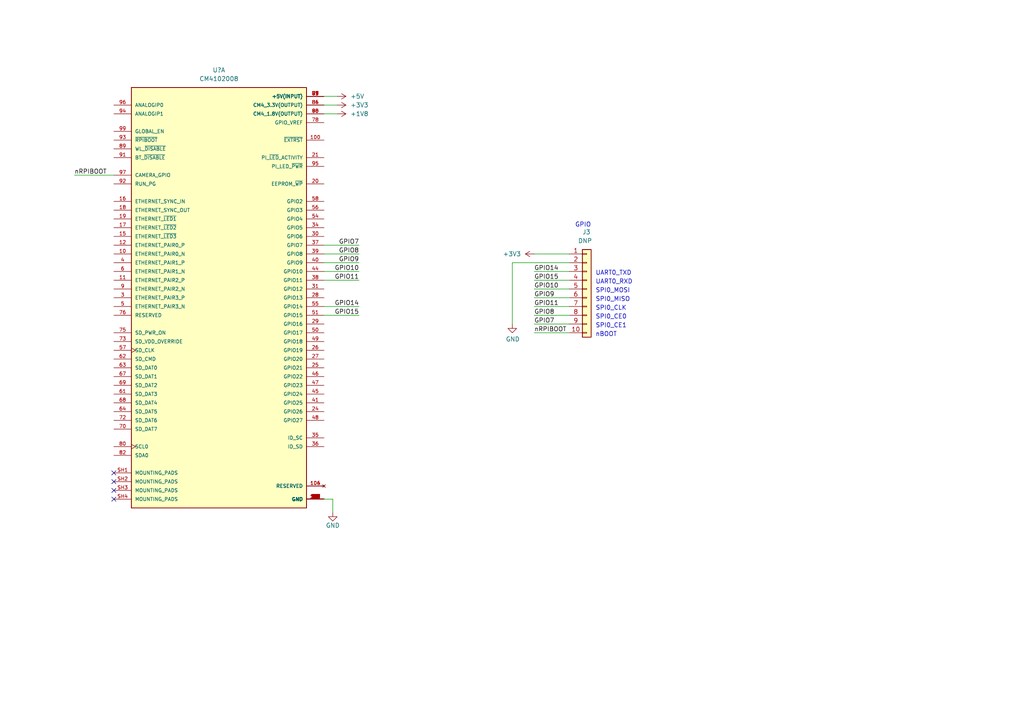
<source format=kicad_sch>
(kicad_sch (version 20230121) (generator eeschema)
  (paper "A4")
  (lib_symbols
    (symbol "Connector_Generic:Conn_01x10" (pin_names (offset 1.016) hide)
      (property "Reference" "J" (at 0 12.7 0))
      (property "Value" "Conn_01x10" (at 0 -15.24 0))
      (symbol "Conn_01x10_1_1"
        (rectangle (start -1.27 -12.573) (end 0 -12.827) (stroke (width 0.1524)))
        (rectangle (start -1.27 -10.033) (end 0 -10.287) (stroke (width 0.1524)))
        (rectangle (start -1.27 -7.493) (end 0 -7.747) (stroke (width 0.1524)))
        (rectangle (start -1.27 -4.953) (end 0 -5.207) (stroke (width 0.1524)))
        (rectangle (start -1.27 -2.413) (end 0 -2.667) (stroke (width 0.1524)))
        (rectangle (start -1.27 0.127) (end 0 -0.127) (stroke (width 0.1524)))
        (rectangle (start -1.27 2.667) (end 0 2.413) (stroke (width 0.1524)))
        (rectangle (start -1.27 5.207) (end 0 4.953) (stroke (width 0.1524)))
        (rectangle (start -1.27 7.747) (end 0 7.493) (stroke (width 0.1524)))
        (rectangle (start -1.27 10.287) (end 0 10.033) (stroke (width 0.1524)))
        (rectangle (start -1.27 11.43) (end 1.27 -13.97) (stroke (width 0.254)) (fill (type background)))
        (pin passive line (at -5.08 10.16 0) (length 3.81) (name "Pin_1") (number "1"))
        (pin passive line (at -5.08 -12.7 0) (length 3.81) (name "Pin_10") (number "10"))
        (pin passive line (at -5.08 7.62 0) (length 3.81) (name "Pin_2") (number "2"))
        (pin passive line (at -5.08 5.08 0) (length 3.81) (name "Pin_3") (number "3"))
        (pin passive line (at -5.08 2.54 0) (length 3.81) (name "Pin_4") (number "4"))
        (pin passive line (at -5.08 0 0) (length 3.81) (name "Pin_5") (number "5"))
        (pin passive line (at -5.08 -2.54 0) (length 3.81) (name "Pin_6") (number "6"))
        (pin passive line (at -5.08 -5.08 0) (length 3.81) (name "Pin_7") (number "7"))
        (pin passive line (at -5.08 -7.62 0) (length 3.81) (name "Pin_8") (number "8"))
        (pin passive line (at -5.08 -10.16 0) (length 3.81) (name "Pin_9") (number "9"))
      )
    )
    (symbol "Snapeda:CM4102008" (pin_names (offset 1.016))
      (property "Reference" "U3" (at 0 66.04 0))
      (property "Value" "CM4102008" (at 0 63.5 0))
      (symbol "CM4102008_1_0"
        (rectangle (start -25.4 -60.96) (end 25.4 60.96) (stroke (width 0.254)) (fill (type background)))
        (pin power_in line (at 30.48 -58.42 180) (length 5.08) (name "GND") (number "1"))
        (pin bidirectional line (at -30.48 12.7 0) (length 5.08) (name "ETHERNET_PAIR0_N") (number "10"))
        (pin output line (at 30.48 45.72 180) (length 5.08) (name "~{EXTRST}") (number "100"))
        (pin no_connect line (at 30.48 -54.61 180) (length 5.08) (name "RESERVED") (number "104"))
        (pin no_connect line (at 30.48 -54.61 180) (length 5.08) (name "RESERVED") (number "106"))
        (pin power_in line (at 30.48 -58.42 180) (length 5.08) (name "GND") (number "107"))
        (pin power_in line (at 30.48 -58.42 180) (length 5.08) (name "GND") (number "108"))
        (pin bidirectional line (at -30.48 5.08 0) (length 5.08) (name "ETHERNET_PAIR2_P") (number "11"))
        (pin power_in line (at 30.48 -58.42 180) (length 5.08) (name "GND") (number "113"))
        (pin power_in line (at 30.48 -58.42 180) (length 5.08) (name "GND") (number "114"))
        (pin power_in line (at 30.48 -58.42 180) (length 5.08) (name "GND") (number "119"))
        (pin bidirectional line (at -30.48 15.24 0) (length 5.08) (name "ETHERNET_PAIR0_P") (number "12"))
        (pin power_in line (at 30.48 -58.42 180) (length 5.08) (name "GND") (number "120"))
        (pin power_in line (at 30.48 -58.42 180) (length 5.08) (name "GND") (number "125"))
        (pin power_in line (at 30.48 -58.42 180) (length 5.08) (name "GND") (number "126"))
        (pin power_in line (at 30.48 -58.42 180) (length 5.08) (name "GND") (number "13"))
        (pin power_in line (at 30.48 -58.42 180) (length 5.08) (name "GND") (number "131"))
        (pin power_in line (at 30.48 -58.42 180) (length 5.08) (name "GND") (number "132"))
        (pin power_in line (at 30.48 -58.42 180) (length 5.08) (name "GND") (number "137"))
        (pin power_in line (at 30.48 -58.42 180) (length 5.08) (name "GND") (number "138"))
        (pin power_in line (at 30.48 -58.42 180) (length 5.08) (name "GND") (number "14"))
        (pin power_in line (at 30.48 -58.42 180) (length 5.08) (name "GND") (number "144"))
        (pin output line (at -30.48 17.78 0) (length 5.08) (name "ETHERNET_~{LED3}") (number "15"))
        (pin power_in line (at 30.48 -58.42 180) (length 5.08) (name "GND") (number "150"))
        (pin power_in line (at 30.48 -58.42 180) (length 5.08) (name "GND") (number "155"))
        (pin power_in line (at 30.48 -58.42 180) (length 5.08) (name "GND") (number "156"))
        (pin input line (at -30.48 27.94 0) (length 5.08) (name "ETHERNET_SYNC_IN") (number "16"))
        (pin power_in line (at 30.48 -58.42 180) (length 5.08) (name "GND") (number "161"))
        (pin power_in line (at 30.48 -58.42 180) (length 5.08) (name "GND") (number "162"))
        (pin power_in line (at 30.48 -58.42 180) (length 5.08) (name "GND") (number "167"))
        (pin power_in line (at 30.48 -58.42 180) (length 5.08) (name "GND") (number "168"))
        (pin output line (at -30.48 20.32 0) (length 5.08) (name "ETHERNET_~{LED2}") (number "17"))
        (pin power_in line (at 30.48 -58.42 180) (length 5.08) (name "GND") (number "173"))
        (pin power_in line (at 30.48 -58.42 180) (length 5.08) (name "GND") (number "174"))
        (pin power_in line (at 30.48 -58.42 180) (length 5.08) (name "GND") (number "179"))
        (pin output line (at -30.48 25.4 0) (length 5.08) (name "ETHERNET_SYNC_OUT") (number "18"))
        (pin power_in line (at 30.48 -58.42 180) (length 5.08) (name "GND") (number "180"))
        (pin power_in line (at 30.48 -58.42 180) (length 5.08) (name "GND") (number "185"))
        (pin power_in line (at 30.48 -58.42 180) (length 5.08) (name "GND") (number "186"))
        (pin output line (at -30.48 22.86 0) (length 5.08) (name "ETHERNET_~{LED1}") (number "19"))
        (pin power_in line (at 30.48 -58.42 180) (length 5.08) (name "GND") (number "191"))
        (pin power_in line (at 30.48 -58.42 180) (length 5.08) (name "GND") (number "192"))
        (pin power_in line (at 30.48 -58.42 180) (length 5.08) (name "GND") (number "197"))
        (pin power_in line (at 30.48 -58.42 180) (length 5.08) (name "GND") (number "198"))
        (pin power_in line (at 30.48 -58.42 180) (length 5.08) (name "GND") (number "2"))
        (pin bidirectional line (at 30.48 33.02 180) (length 5.08) (name "EEPROM_~{WP}") (number "20"))
        (pin bidirectional line (at 30.48 40.64 180) (length 5.08) (name "PI_~{LED}_ACTIVITY") (number "21"))
        (pin power_in line (at 30.48 -58.42 180) (length 5.08) (name "GND") (number "22"))
        (pin power_in line (at 30.48 -58.42 180) (length 5.08) (name "GND") (number "23"))
        (pin bidirectional line (at 30.48 -33.02 180) (length 5.08) (name "GPIO26") (number "24"))
        (pin bidirectional line (at 30.48 -20.32 180) (length 5.08) (name "GPIO21") (number "25"))
        (pin bidirectional line (at 30.48 -15.24 180) (length 5.08) (name "GPIO19") (number "26"))
        (pin bidirectional line (at 30.48 -17.78 180) (length 5.08) (name "GPIO20") (number "27"))
        (pin bidirectional line (at 30.48 0 180) (length 5.08) (name "GPIO13") (number "28"))
        (pin bidirectional line (at 30.48 -7.62 180) (length 5.08) (name "GPIO16") (number "29"))
        (pin bidirectional line (at -30.48 0 0) (length 5.08) (name "ETHERNET_PAIR3_P") (number "3"))
        (pin bidirectional line (at 30.48 17.78 180) (length 5.08) (name "GPIO6") (number "30"))
        (pin bidirectional line (at 30.48 2.54 180) (length 5.08) (name "GPIO12") (number "31"))
        (pin power_in line (at 30.48 -58.42 180) (length 5.08) (name "GND") (number "32"))
        (pin power_in line (at 30.48 -58.42 180) (length 5.08) (name "GND") (number "33"))
        (pin bidirectional line (at 30.48 20.32 180) (length 5.08) (name "GPIO5") (number "34"))
        (pin bidirectional line (at 30.48 -40.64 180) (length 5.08) (name "ID_SC") (number "35"))
        (pin bidirectional line (at 30.48 -43.18 180) (length 5.08) (name "ID_SD") (number "36"))
        (pin bidirectional line (at 30.48 15.24 180) (length 5.08) (name "GPIO7") (number "37"))
        (pin bidirectional line (at 30.48 5.08 180) (length 5.08) (name "GPIO11") (number "38"))
        (pin bidirectional line (at 30.48 12.7 180) (length 5.08) (name "GPIO8") (number "39"))
        (pin bidirectional line (at -30.48 10.16 0) (length 5.08) (name "ETHERNET_PAIR1_P") (number "4"))
        (pin bidirectional line (at 30.48 10.16 180) (length 5.08) (name "GPIO9") (number "40"))
        (pin bidirectional line (at 30.48 -30.48 180) (length 5.08) (name "GPIO25") (number "41"))
        (pin power_in line (at 30.48 -58.42 180) (length 5.08) (name "GND") (number "42"))
        (pin power_in line (at 30.48 -58.42 180) (length 5.08) (name "GND") (number "43"))
        (pin bidirectional line (at 30.48 7.62 180) (length 5.08) (name "GPIO10") (number "44"))
        (pin bidirectional line (at 30.48 -27.94 180) (length 5.08) (name "GPIO24") (number "45"))
        (pin bidirectional line (at 30.48 -22.86 180) (length 5.08) (name "GPIO22") (number "46"))
        (pin bidirectional line (at 30.48 -25.4 180) (length 5.08) (name "GPIO23") (number "47"))
        (pin bidirectional line (at 30.48 -35.56 180) (length 5.08) (name "GPIO27") (number "48"))
        (pin bidirectional line (at 30.48 -12.7 180) (length 5.08) (name "GPIO18") (number "49"))
        (pin bidirectional line (at -30.48 -2.54 0) (length 5.08) (name "ETHERNET_PAIR3_N") (number "5"))
        (pin bidirectional line (at 30.48 -10.16 180) (length 5.08) (name "GPIO17") (number "50"))
        (pin bidirectional line (at 30.48 -5.08 180) (length 5.08) (name "GPIO15") (number "51"))
        (pin power_in line (at 30.48 -58.42 180) (length 5.08) (name "GND") (number "52"))
        (pin power_in line (at 30.48 -58.42 180) (length 5.08) (name "GND") (number "53"))
        (pin bidirectional line (at 30.48 22.86 180) (length 5.08) (name "GPIO4") (number "54"))
        (pin bidirectional line (at 30.48 -2.54 180) (length 5.08) (name "GPIO14") (number "55"))
        (pin bidirectional line (at 30.48 25.4 180) (length 5.08) (name "GPIO3") (number "56"))
        (pin bidirectional clock (at -30.48 -15.24 0) (length 5.08) (name "SD_CLK") (number "57"))
        (pin bidirectional line (at 30.48 27.94 180) (length 5.08) (name "GPIO2") (number "58"))
        (pin power_in line (at 30.48 -58.42 180) (length 5.08) (name "GND") (number "59"))
        (pin bidirectional line (at -30.48 7.62 0) (length 5.08) (name "ETHERNET_PAIR1_N") (number "6"))
        (pin power_in line (at 30.48 -58.42 180) (length 5.08) (name "GND") (number "60"))
        (pin bidirectional line (at -30.48 -27.94 0) (length 5.08) (name "SD_DAT3") (number "61"))
        (pin input line (at -30.48 -17.78 0) (length 5.08) (name "SD_CMD") (number "62"))
        (pin bidirectional line (at -30.48 -20.32 0) (length 5.08) (name "SD_DAT0") (number "63"))
        (pin bidirectional line (at -30.48 -33.02 0) (length 5.08) (name "SD_DAT5") (number "64"))
        (pin power_in line (at 30.48 -58.42 180) (length 5.08) (name "GND") (number "65"))
        (pin power_in line (at 30.48 -58.42 180) (length 5.08) (name "GND") (number "66"))
        (pin bidirectional line (at -30.48 -22.86 0) (length 5.08) (name "SD_DAT1") (number "67"))
        (pin bidirectional line (at -30.48 -30.48 0) (length 5.08) (name "SD_DAT4") (number "68"))
        (pin bidirectional line (at -30.48 -25.4 0) (length 5.08) (name "SD_DAT2") (number "69"))
        (pin power_in line (at 30.48 -58.42 180) (length 5.08) (name "GND") (number "7"))
        (pin bidirectional line (at -30.48 -38.1 0) (length 5.08) (name "SD_DAT7") (number "70"))
        (pin power_in line (at 30.48 -58.42 180) (length 5.08) (name "GND") (number "71"))
        (pin bidirectional line (at -30.48 -35.56 0) (length 5.08) (name "SD_DAT6") (number "72"))
        (pin input line (at -30.48 -12.7 0) (length 5.08) (name "SD_VDD_OVERRIDE") (number "73"))
        (pin power_in line (at 30.48 -58.42 180) (length 5.08) (name "GND") (number "74"))
        (pin output line (at -30.48 -10.16 0) (length 5.08) (name "SD_PWR_ON") (number "75"))
        (pin free line (at -30.48 -5.08 0) (length 5.08) (name "RESERVED") (number "76"))
        (pin power_in line (at 30.48 58.42 180) (length 5.08) (name "+5V(INPUT)") (number "77"))
        (pin power_in line (at 30.48 50.8 180) (length 5.08) (name "GPIO_VREF") (number "78"))
        (pin power_in line (at 30.48 58.42 180) (length 5.08) (name "+5V(INPUT)") (number "79"))
        (pin power_in line (at 30.48 -58.42 180) (length 5.08) (name "GND") (number "8"))
        (pin input clock (at -30.48 -43.18 0) (length 5.08) (name "SCL0") (number "80"))
        (pin power_in line (at 30.48 58.42 180) (length 5.08) (name "+5V(INPUT)") (number "81"))
        (pin bidirectional line (at -30.48 -45.72 0) (length 5.08) (name "SDA0") (number "82"))
        (pin power_in line (at 30.48 58.42 180) (length 5.08) (name "+5V(INPUT)") (number "83"))
        (pin power_in line (at 30.48 55.88 180) (length 5.08) (name "CM4_3.3V(OUTPUT)") (number "84"))
        (pin power_in line (at 30.48 58.42 180) (length 5.08) (name "+5V(INPUT)") (number "85"))
        (pin power_in line (at 30.48 55.88 180) (length 5.08) (name "CM4_3.3V(OUTPUT)") (number "86"))
        (pin power_in line (at 30.48 58.42 180) (length 5.08) (name "+5V(INPUT)") (number "87"))
        (pin power_in line (at 30.48 53.34 180) (length 5.08) (name "CM4_1.8V(OUTPUT)") (number "88"))
        (pin input line (at -30.48 43.18 0) (length 5.08) (name "WL_~{DISABLE}") (number "89"))
        (pin bidirectional line (at -30.48 2.54 0) (length 5.08) (name "ETHERNET_PAIR2_N") (number "9"))
        (pin power_in line (at 30.48 53.34 180) (length 5.08) (name "CM4_1.8V(OUTPUT)") (number "90"))
        (pin input line (at -30.48 40.64 0) (length 5.08) (name "BT_~{DISABLE}") (number "91"))
        (pin bidirectional line (at -30.48 33.02 0) (length 5.08) (name "RUN_PG") (number "92"))
        (pin input line (at -30.48 45.72 0) (length 5.08) (name "~{RPIBOOT}") (number "93"))
        (pin input line (at -30.48 53.34 0) (length 5.08) (name "ANALOGIP1") (number "94"))
        (pin output line (at 30.48 38.1 180) (length 5.08) (name "PI_LED_~{PWR}") (number "95"))
        (pin input line (at -30.48 55.88 0) (length 5.08) (name "ANALOGIP0") (number "96"))
        (pin bidirectional line (at -30.48 35.56 0) (length 5.08) (name "CAMERA_GPIO") (number "97"))
        (pin power_in line (at 30.48 -58.42 180) (length 5.08) (name "GND") (number "98"))
        (pin input line (at -30.48 48.26 0) (length 5.08) (name "GLOBAL_EN") (number "99"))
        (pin passive line (at -30.48 -50.8 0) (length 5.08) (name "MOUNTING_PADS") (number "SH1"))
        (pin passive line (at -30.48 -53.34 0) (length 5.08) (name "MOUNTING_PADS") (number "SH2"))
        (pin passive line (at -30.48 -55.88 0) (length 5.08) (name "MOUNTING_PADS") (number "SH3"))
        (pin passive line (at -30.48 -58.42 0) (length 5.08) (name "MOUNTING_PADS") (number "SH4"))
      )
      (symbol "CM4102008_2_0"
        (rectangle (start -25.4 -50.8) (end 25.4 50.8) (stroke (width 0.254)) (fill (type background)))
        (pin input line (at -30.48 48.26 0) (length 5.08) (name "USB_OTG_ID") (number "101"))
        (pin input line (at 30.48 40.64 180) (length 5.08) (name "PCIE_CLK_~{REQ}") (number "102"))
        (pin bidirectional line (at -30.48 43.18 0) (length 5.08) (name "USB_N") (number "103"))
        (pin bidirectional line (at -30.48 45.72 0) (length 5.08) (name "USB_P") (number "105"))
        (pin output line (at 30.48 43.18 180) (length 5.08) (name "PCIE_~{RST}") (number "109"))
        (pin output clock (at 30.48 38.1 180) (length 5.08) (name "PCIE_CLK_P") (number "110"))
        (pin output line (at 30.48 48.26 180) (length 5.08) (name "VDAC_COMP") (number "111"))
        (pin output clock (at 30.48 35.56 180) (length 5.08) (name "PCIE_CLK_N") (number "112"))
        (pin input line (at -30.48 12.7 0) (length 5.08) (name "CAM1_D0_N") (number "115"))
        (pin input line (at 30.48 33.02 180) (length 5.08) (name "PCIE_RX_P") (number "116"))
        (pin input line (at -30.48 15.24 0) (length 5.08) (name "CAM1_D0_P") (number "117"))
        (pin input line (at 30.48 30.48 180) (length 5.08) (name "PCIE_RX_N") (number "118"))
        (pin input line (at -30.48 7.62 0) (length 5.08) (name "CAM1_D1_N") (number "121"))
        (pin output line (at 30.48 27.94 180) (length 5.08) (name "PCIE_TX_P") (number "122"))
        (pin input line (at -30.48 10.16 0) (length 5.08) (name "CAM1_D1_P") (number "123"))
        (pin output line (at 30.48 25.4 180) (length 5.08) (name "PCIE_TX_N") (number "124"))
        (pin input clock (at -30.48 17.78 0) (length 5.08) (name "CAM1_C_N") (number "127"))
        (pin input line (at -30.48 30.48 0) (length 5.08) (name "CAM0_D0_N") (number "128"))
        (pin input clock (at -30.48 20.32 0) (length 5.08) (name "CAM1_C_P") (number "129"))
        (pin input line (at -30.48 33.02 0) (length 5.08) (name "CAM0_D0_P") (number "130"))
        (pin input line (at -30.48 2.54 0) (length 5.08) (name "CAM1_D2_N") (number "133"))
        (pin input line (at -30.48 25.4 0) (length 5.08) (name "CAM0_D1_N") (number "134"))
        (pin input line (at -30.48 5.08 0) (length 5.08) (name "CAM1_D2_P") (number "135"))
        (pin input line (at -30.48 27.94 0) (length 5.08) (name "CAM0_D1_P") (number "136"))
        (pin input line (at -30.48 -2.54 0) (length 5.08) (name "CAM1_D3_N") (number "139"))
        (pin input clock (at -30.48 35.56 0) (length 5.08) (name "CAM0_C_N") (number "140"))
        (pin input line (at -30.48 0 0) (length 5.08) (name "CAM1_D3_P") (number "141"))
        (pin input clock (at -30.48 38.1 0) (length 5.08) (name "CAM0_C_P") (number "142"))
        (pin input line (at 30.48 -12.7 180) (length 5.08) (name "HDMI1_HOTPLUG") (number "143"))
        (pin bidirectional line (at 30.48 -15.24 180) (length 5.08) (name "HDMI1_SDA") (number "145"))
        (pin output line (at 30.48 -38.1 180) (length 5.08) (name "HDMI1_TX2_P") (number "146"))
        (pin bidirectional clock (at 30.48 -17.78 180) (length 5.08) (name "HDMI1_SCL") (number "147"))
        (pin output line (at 30.48 -40.64 180) (length 5.08) (name "HDMI1_TX2_N") (number "148"))
        (pin input line (at 30.48 -20.32 180) (length 5.08) (name "HDMI1_CEC") (number "149"))
        (pin input line (at 30.48 12.7 180) (length 5.08) (name "HDMI0_CEC") (number "151"))
        (pin output line (at 30.48 -33.02 180) (length 5.08) (name "HDMI1_TX1_P") (number "152"))
        (pin input line (at 30.48 20.32 180) (length 5.08) (name "HDMI0_HOTPLUG") (number "153"))
        (pin output line (at 30.48 -35.56 180) (length 5.08) (name "HDMI1_TX1_N") (number "154"))
        (pin output line (at -30.48 -15.24 0) (length 5.08) (name "DSI0_D0_N") (number "157"))
        (pin output line (at 30.48 -27.94 180) (length 5.08) (name "HDMI1_TX0_P") (number "158"))
        (pin output line (at -30.48 -12.7 0) (length 5.08) (name "DSI0_D0_P") (number "159"))
        (pin output line (at 30.48 -30.48 180) (length 5.08) (name "HDMI1_TX0_N") (number "160"))
        (pin output line (at -30.48 -20.32 0) (length 5.08) (name "DSI0_D1_N") (number "163"))
        (pin output clock (at 30.48 -22.86 180) (length 5.08) (name "HDMI1_CLK_P") (number "164"))
        (pin output line (at -30.48 -17.78 0) (length 5.08) (name "DSI0_D1_P") (number "165"))
        (pin output clock (at 30.48 -25.4 180) (length 5.08) (name "HDMI1_CLK_N") (number "166"))
        (pin output clock (at -30.48 -7.62 0) (length 5.08) (name "DSI0_C_N") (number "169"))
        (pin output line (at 30.48 -5.08 180) (length 5.08) (name "HDMI0_TX2_P") (number "170"))
        (pin output clock (at -30.48 -10.16 0) (length 5.08) (name "DSI0_C_P") (number "171"))
        (pin output line (at 30.48 -7.62 180) (length 5.08) (name "HDMI0_TX2_N") (number "172"))
        (pin output line (at -30.48 -33.02 0) (length 5.08) (name "DSI1_D0_N") (number "175"))
        (pin output line (at 30.48 0 180) (length 5.08) (name "HDMI0_TX1_P") (number "176"))
        (pin output line (at -30.48 -30.48 0) (length 5.08) (name "DSI1_D0_P") (number "177"))
        (pin output line (at 30.48 -2.54 180) (length 5.08) (name "HDMI0_TX1_N") (number "178"))
        (pin output line (at -30.48 -38.1 0) (length 5.08) (name "DSI1_D1_N") (number "181"))
        (pin output line (at 30.48 5.08 180) (length 5.08) (name "HDMI0_TX0_P") (number "182"))
        (pin output line (at -30.48 -35.56 0) (length 5.08) (name "DSI1_D1_P") (number "183"))
        (pin output line (at 30.48 2.54 180) (length 5.08) (name "HDMI0_TX0_N") (number "184"))
        (pin output clock (at -30.48 -25.4 0) (length 5.08) (name "DSI1_C_N") (number "187"))
        (pin output clock (at 30.48 10.16 180) (length 5.08) (name "HDMI0_CLK_P") (number "188"))
        (pin output clock (at -30.48 -27.94 0) (length 5.08) (name "DSI1_C_P") (number "189"))
        (pin output clock (at 30.48 7.62 180) (length 5.08) (name "HDMI0_CLK_N") (number "190"))
        (pin output line (at -30.48 -43.18 0) (length 5.08) (name "DSI1_D2_N") (number "193"))
        (pin output line (at -30.48 -48.26 0) (length 5.08) (name "DSI1_D3_N") (number "194"))
        (pin output line (at -30.48 -40.64 0) (length 5.08) (name "DSI1_D2_P") (number "195"))
        (pin output line (at -30.48 -45.72 0) (length 5.08) (name "DSI1_D3_P") (number "196"))
        (pin bidirectional line (at 30.48 15.24 180) (length 5.08) (name "HDMI0_SDA") (number "199"))
        (pin bidirectional clock (at 30.48 17.78 180) (length 5.08) (name "HDMI0_SCL") (number "200"))
      )
    )
    (symbol "power:+1V8" (power) (pin_names (offset 0))
      (property "Value" "+1V8" (at 0 3.556 0))
      (symbol "+1V8_0_1"
        (polyline (pts (xy -0.762 1.27) (xy 0 2.54)))
        (polyline (pts (xy 0 0) (xy 0 2.54)))
        (polyline (pts (xy 0 2.54) (xy 0.762 1.27)))
      )
      (symbol "+1V8_1_1"
        (pin power_in line (at 0 0 90) (length 0) hide (name "+1V8") (number "1"))
      )
    )
    (symbol "power:+3V3" (power) (pin_names (offset 0))
      (property "Value" "+3V3" (at 0 3.556 0))
      (symbol "+3V3_0_1"
        (polyline (pts (xy -0.762 1.27) (xy 0 2.54)))
        (polyline (pts (xy 0 0) (xy 0 2.54)))
        (polyline (pts (xy 0 2.54) (xy 0.762 1.27)))
      )
      (symbol "+3V3_1_1"
        (pin power_in line (at 0 0 90) (length 0) hide (name "+3V3") (number "1"))
      )
    )
    (symbol "power:+5V" (power) (pin_names (offset 0))
      (property "Value" "+5V" (at 0 3.556 0))
      (symbol "+5V_0_1"
        (polyline (pts (xy -0.762 1.27) (xy 0 2.54)))
        (polyline (pts (xy 0 0) (xy 0 2.54)))
        (polyline (pts (xy 0 2.54) (xy 0.762 1.27)))
      )
      (symbol "+5V_1_1"
        (pin power_in line (at 0 0 90) (length 0) hide (name "+5V") (number "1"))
      )
    )
    (symbol "power:GND" (power) (pin_names (offset 0))
      (property "Value" "GND" (at 0 -3.81 0))
      (symbol "GND_0_1"
        (polyline (pts (xy 0 0) (xy 0 -1.27) (xy 1.27 -1.27) (xy 0 -2.54) (xy -1.27 -1.27) (xy 0 -1.27)))
      )
      (symbol "GND_1_1"
        (pin power_in line (at 0 0 270) (length 0) hide (name "GND") (number "1"))
      )
    )
  )
  (no_connect (at 33.02 144.78))
  (no_connect (at 33.02 137.16))
  (no_connect (at 33.02 139.7))
  (no_connect (at 33.02 142.24))
  (wire (pts (xy 104.14 88.9) (xy 93.98 88.9)))
  (wire (pts (xy 148.59 76.2) (xy 165.1 76.2)))
  (wire (pts (xy 93.98 33.02) (xy 97.79 33.02)))
  (wire (pts (xy 104.14 76.2) (xy 93.98 76.2)))
  (wire (pts (xy 154.94 78.74) (xy 165.1 78.74)))
  (wire (pts (xy 154.94 91.44) (xy 165.1 91.44)))
  (wire (pts (xy 104.14 78.74) (xy 93.98 78.74)))
  (wire (pts (xy 104.14 81.28) (xy 93.98 81.28)))
  (wire (pts (xy 154.94 83.82) (xy 165.1 83.82)))
  (wire (pts (xy 154.94 96.52) (xy 165.1 96.52)))
  (wire (pts (xy 154.94 73.66) (xy 165.1 73.66)))
  (wire (pts (xy 93.98 27.94) (xy 97.79 27.94)))
  (wire (pts (xy 21.59 50.8) (xy 33.02 50.8)))
  (wire (pts (xy 154.94 93.98) (xy 165.1 93.98)))
  (wire (pts (xy 154.94 86.36) (xy 165.1 86.36)))
  (wire (pts (xy 93.98 144.78) (xy 96.52 144.78)))
  (wire (pts (xy 96.52 144.78) (xy 96.52 148.59)))
  (wire (pts (xy 104.14 91.44) (xy 93.98 91.44)))
  (wire (pts (xy 104.14 73.66) (xy 93.98 73.66)))
  (wire (pts (xy 104.14 71.12) (xy 93.98 71.12)))
  (wire (pts (xy 154.94 81.28) (xy 165.1 81.28)))
  (wire (pts (xy 148.59 76.2) (xy 148.59 93.98)))
  (wire (pts (xy 154.94 88.9) (xy 165.1 88.9)))
  (wire (pts (xy 93.98 30.48) (xy 97.79 30.48)))
  (text "SPI0_MISO" (at 172.72 87.63 0) (effects (font (size 1.27 1.27)) (justify left bottom)))
  (text "UART0_RXD" (at 172.72 82.55 0) (effects (font (size 1.27 1.27)) (justify left bottom)))
  (text "SPI0_CE1" (at 172.72 95.25 0) (effects (font (size 1.27 1.27)) (justify left bottom)))
  (text "SPI0_CE0" (at 172.72 92.71 0) (effects (font (size 1.27 1.27)) (justify left bottom)))
  (text "nBOOT" (at 172.72 97.79 0) (effects (font (size 1.27 1.27)) (justify left bottom)))
  (text "UART0_TXD" (at 172.72 80.01 0) (effects (font (size 1.27 1.27)) (justify left bottom)))
  (text "SPI0_CLK" (at 172.72 90.17 0) (effects (font (size 1.27 1.27)) (justify left bottom)))
  (text "SPI0_MOSI" (at 172.72 85.09 0) (effects (font (size 1.27 1.27)) (justify left bottom)))
  (text "GPIO" (at 171.45 66.04 0) (effects (font (size 1.27 1.27)) (justify right bottom)))
  (label "GPIO11" (at 104.14 81.28 180))
  (label "GPIO7" (at 104.14 71.12 180))
  (label "nRPIBOOT" (at 154.94 96.52 0))
  (label "GPIO9" (at 104.14 76.2 180))
  (label "GPIO15" (at 154.94 81.28 0))
  (label "GPIO15" (at 104.14 91.44 180))
  (label "GPIO11" (at 154.94 88.9 0))
  (label "GPIO7" (at 154.94 93.98 0))
  (label "GPIO10" (at 154.94 83.82 0))
  (label "GPIO14" (at 104.14 88.9 180))
  (label "GPIO10" (at 104.14 78.74 180))
  (label "GPIO8" (at 154.94 91.44 0))
  (label "GPIO14" (at 154.94 78.74 0))
  (label "nRPIBOOT" (at 21.59 50.8 0))
  (label "GPIO9" (at 154.94 86.36 0))
  (label "GPIO8" (at 104.14 73.66 180))
  (symbol (lib_id "power:GND") (at 96.52 148.59 0) (unit 1)
    (property "Reference" "#PWR?" (effects hide))
    (property "Value" "GND" (at 96.52 152.4 0))
    (instances (project "tiny-board" (path "" (reference "#PWR?") (unit 1)) (path "" (reference "#PWR?") (unit 1)) (path "" (reference "#PWR08") (unit 1))) (project "piphone-p" (path "" (reference "#PWR?") (unit 1)) (path "" (reference "#PWR?") (unit 1))))
  )
  (symbol (lib_id "Connector_Generic:Conn_01x10") (at 170.18 83.82 0) (unit 1)
    (property "Reference" "J3" (at 168.91 67.31 0) (effects (justify left)))
    (property "Value" "DNP" (at 167.64 69.85 0) (effects (justify left)))
    (property "Footprint" "Connector_PinHeader_2.54mm:PinHeader_1x10_P2.54mm_Vertical" (effects hide))
    (instances (project "tiny-board" (path "" (reference "J3") (unit 1))) (project "rpi-cm4-base-carrier" (path "" (reference "J?") (unit 1))))
  )
  (symbol (lib_id "power:GND") (at 148.59 93.98 0) (unit 1)
    (property "Reference" "#PWR012" (effects hide))
    (property "Value" "GND" (at 148.717 98.3742 0))
    (instances (project "tiny-board" (path "" (reference "#PWR012") (unit 1))) (project "rpi-cm4-base-carrier" (path "" (reference "#PWR?") (unit 1))))
  )
  (symbol (lib_id "power:+5V") (at 97.79 27.94 270) (unit 1)
    (property "Reference" "#PWR?" (effects hide))
    (property "Value" "+5V" (at 101.6 27.94 90) (effects (justify left)))
    (instances (project "tiny-board" (path "" (reference "#PWR?") (unit 1)) (path "" (reference "#PWR?") (unit 1)) (path "" (reference "#PWR09") (unit 1))))
  )
  (symbol (lib_id "power:+3V3") (at 97.79 30.48 270) (unit 1)
    (property "Reference" "#PWR?" (effects hide))
    (property "Value" "+3V3" (at 101.6 30.48 90) (effects (justify left)))
    (instances (project "tiny-board" (path "" (reference "#PWR?") (unit 1)) (path "" (reference "#PWR010") (unit 1))))
  )
  (symbol (lib_id "power:+1V8") (at 97.79 33.02 270) (unit 1)
    (property "Reference" "#PWR?" (effects hide))
    (property "Value" "+1V8" (at 101.6 33.02 90) (effects (justify left)))
    (instances (project "tiny-board" (path "" (reference "#PWR?") (unit 1)) (path "" (reference "#PWR011") (unit 1))))
  )
  (symbol (lib_id "Snapeda:CM4102008") (at 63.5 86.36 0) (unit 1)
    (property "Reference" "U?" (at 63.5 20.32 0))
    (property "Value" "CM4102008" (at 63.5 22.86 0))
    (property "Footprint" "Snapeda:CM4102008_MODULE_CM4102008" (effects hide))
    (property "MF" "Raspberry Pi" (effects hide))
    (property "MAXIMUM_PACKAGE_HEIGHT" "5.188 mm" (effects hide))
    (property "Package" "None" (effects hide))
    (property "Price" "None" (effects hide))
    (property "Check_prices" "https://www.snapeda.com/parts/CM4102008/Raspberry+Pi/view-part/?ref=eda" (effects hide))
    (property "STANDARD" "Manufacturer Recommendations" (effects hide))
    (property "PARTREV" "2021-10-12" (effects hide))
    (property "SnapEDA_Link" "https://www.snapeda.com/parts/CM4102008/Raspberry+Pi/view-part/?ref=snap" (effects hide))
    (property "MP" "CM4102008" (effects hide))
    (property "Description" "\nRaspberry Pi Compute Module 4 with WiFi 2GB RAM 8GB Flash | Raspberry Pi CM4102008\n" (effects hide))
    (property "Availability" "In Stock" (effects hide))
    (property "MANUFACTURER" "Raspberry Pi" (effects hide))
    (instances (project "tiny-board" (path "" (reference "U?") (unit 1)) (path "" (reference "U3") (unit 1))))
  )
  (symbol (lib_id "power:+3V3") (at 154.94 73.66 90) (unit 1)
    (property "Reference" "#PWR013" (effects hide))
    (property "Value" "+3V3" (at 151.13 73.66 90) (effects (justify left)))
  )
)
</source>
